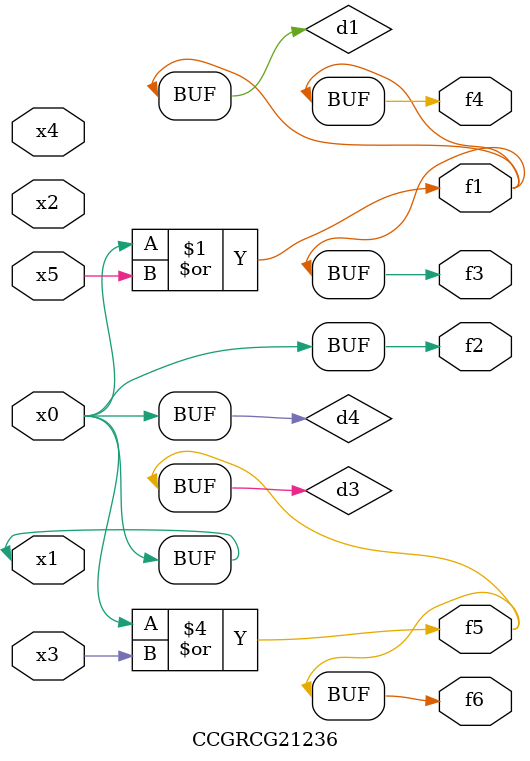
<source format=v>
module CCGRCG21236(
	input x0, x1, x2, x3, x4, x5,
	output f1, f2, f3, f4, f5, f6
);

	wire d1, d2, d3, d4;

	or (d1, x0, x5);
	xnor (d2, x1, x4);
	or (d3, x0, x3);
	buf (d4, x0, x1);
	assign f1 = d1;
	assign f2 = d4;
	assign f3 = d1;
	assign f4 = d1;
	assign f5 = d3;
	assign f6 = d3;
endmodule

</source>
